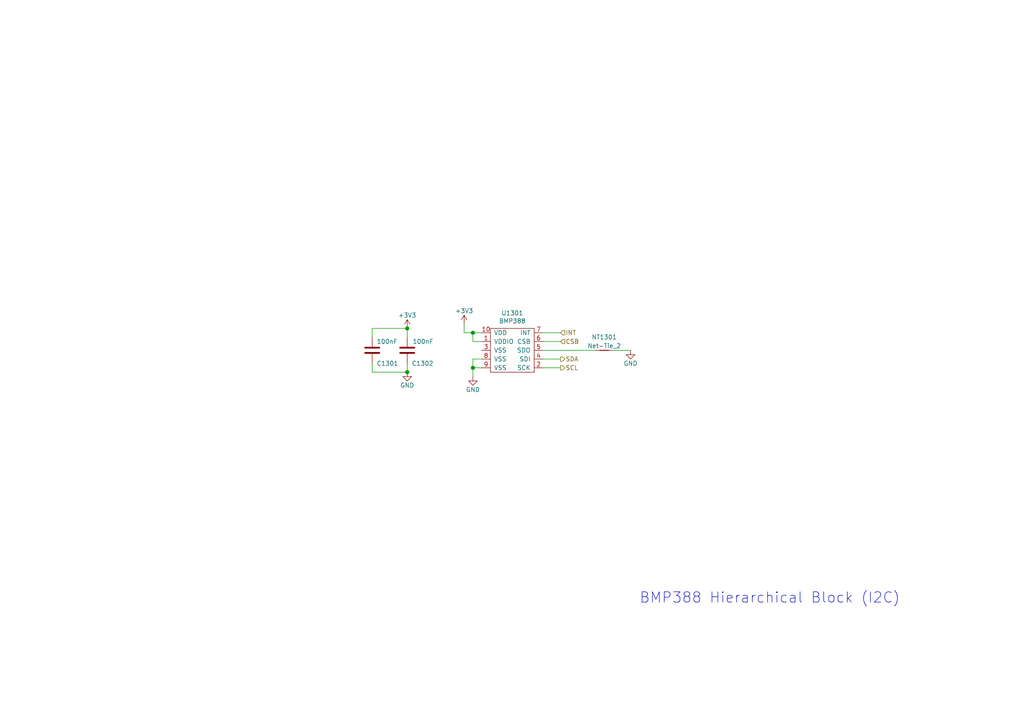
<source format=kicad_sch>
(kicad_sch (version 20210621) (generator eeschema)
  (paper "A4")
  (lib_symbols
    (symbol "Device:C" (pin_numbers hide) (pin_names (offset 0.254))
      (property "Reference" "C" (at 0.635 2.54 0))
      (property "Value" "C" (at 0.635 -2.54 0))
      (symbol "C_0_1"
        (polyline (pts (xy -2.032 -0.762) (xy 2.032 -0.762)) (stroke (width 0.508)))
        (polyline (pts (xy -2.032 0.762) (xy 2.032 0.762)) (stroke (width 0.508)))
      )
      (symbol "C_1_1"
        (pin passive line (at 0 3.81 270) (length 2.794) (name "~") (number "1"))
        (pin passive line (at 0 -3.81 90) (length 2.794) (name "~") (number "2"))
      )
    )
    (symbol "Device:Net-Tie_2" (pin_numbers hide) (pin_names (offset 0) hide)
      (property "Reference" "NT" (at 0 1.27 0))
      (property "Value" "Net-Tie_2" (at 0 -1.27 0))
      (symbol "Net-Tie_2_0_1"
        (polyline (pts (xy -1.27 0) (xy 1.27 0)) (stroke (width 0.254)))
      )
      (symbol "Net-Tie_2_1_1"
        (pin passive line (at -2.54 0 0) (length 2.54) (name "1") (number "1"))
        (pin passive line (at 2.54 0 180) (length 2.54) (name "2") (number "2"))
      )
    )
    (symbol "power:+3.3V" (power) (pin_names (offset 0))
      (property "Value" "+3.3V" (at 0 3.556 0))
      (symbol "+3.3V_0_1"
        (polyline (pts (xy -0.762 1.27) (xy 0 2.54)))
        (polyline (pts (xy 0 0) (xy 0 2.54)))
        (polyline (pts (xy 0 2.54) (xy 0.762 1.27)))
      )
      (symbol "+3.3V_1_1"
        (pin power_in line (at 0 0 90) (length 0) hide (name "+3V3") (number "1"))
      )
    )
    (symbol "power:GND" (power) (pin_names (offset 0))
      (property "Value" "GND" (at 0 -3.81 0))
      (symbol "GND_0_1"
        (polyline (pts (xy 0 0) (xy 0 -1.27) (xy 1.27 -1.27) (xy 0 -2.54) (xy -1.27 -1.27) (xy 0 -1.27)))
      )
      (symbol "GND_1_1"
        (pin power_in line (at 0 0 270) (length 0) hide (name "GND") (number "1"))
      )
    )
    (symbol "star-common-lib:BMP388" (pin_names (offset 1.016))
      (property "Reference" "U" (at 0 8.89 0))
      (property "Value" "BMP388" (at 0 11.43 0))
      (symbol "BMP388_0_0"
        (pin power_in line (at -8.89 3.81 0) (length 2.54) (name "VDDIO") (number "1"))
        (pin power_in line (at -8.89 6.35 0) (length 2.54) (name "VDD") (number "10"))
        (pin input line (at 8.89 -3.81 180) (length 2.54) (name "SCK") (number "2"))
        (pin power_in line (at -8.89 1.27 0) (length 2.54) (name "VSS") (number "3"))
        (pin bidirectional line (at 8.89 -1.27 180) (length 2.54) (name "SDI") (number "4"))
        (pin bidirectional line (at 8.89 1.27 180) (length 2.54) (name "SDO") (number "5"))
        (pin input line (at 8.89 3.81 180) (length 2.54) (name "CSB") (number "6"))
        (pin output line (at 8.89 6.35 180) (length 2.54) (name "INT") (number "7"))
        (pin power_in line (at -8.89 -1.27 0) (length 2.54) (name "VSS") (number "8"))
        (pin power_in line (at -8.89 -3.81 0) (length 2.54) (name "VSS") (number "9"))
      )
      (symbol "BMP388_0_1"
        (rectangle (start -6.35 7.62) (end 6.35 -5.08))
      )
    )
  )
  (junction (at 118.11 95.25) (diameter 1.016))
  (junction (at 118.11 107.95) (diameter 1.016))
  (junction (at 137.16 96.52) (diameter 1.016))
  (junction (at 137.16 106.68) (diameter 1.016))
  (wire (pts (xy 107.95 95.25) (xy 107.95 97.79)))
  (wire (pts (xy 107.95 107.95) (xy 107.95 105.41)))
  (wire (pts (xy 118.11 95.25) (xy 107.95 95.25)))
  (wire (pts (xy 118.11 95.25) (xy 118.11 97.79)))
  (wire (pts (xy 118.11 107.95) (xy 107.95 107.95)))
  (wire (pts (xy 118.11 107.95) (xy 118.11 105.41)))
  (wire (pts (xy 134.62 93.98) (xy 134.62 96.52)))
  (wire (pts (xy 134.62 96.52) (xy 137.16 96.52)))
  (wire (pts (xy 137.16 96.52) (xy 137.16 99.06)))
  (wire (pts (xy 137.16 96.52) (xy 139.7 96.52)))
  (wire (pts (xy 137.16 99.06) (xy 139.7 99.06)))
  (wire (pts (xy 137.16 104.14) (xy 139.7 104.14)))
  (wire (pts (xy 137.16 106.68) (xy 137.16 104.14)))
  (wire (pts (xy 137.16 109.22) (xy 137.16 106.68)))
  (wire (pts (xy 139.7 106.68) (xy 137.16 106.68)))
  (wire (pts (xy 157.48 96.52) (xy 162.56 96.52)))
  (wire (pts (xy 157.48 99.06) (xy 162.56 99.06)))
  (wire (pts (xy 157.48 101.6) (xy 172.72 101.6)))
  (wire (pts (xy 157.48 104.14) (xy 162.56 104.14)))
  (wire (pts (xy 157.48 106.68) (xy 162.56 106.68)))
  (wire (pts (xy 177.8 101.6) (xy 182.88 101.6)))
  (text "BMP388 Hierarchical Block (I2C)" (at 185.42 175.26 0) (effects (font (size 2.9972 2.9972)) (justify left bottom)))
  (hierarchical_label "INT" (shape input) (at 162.56 96.52 0))
  (hierarchical_label "CSB" (shape input) (at 162.56 99.06 0))
  (hierarchical_label "SDA" (shape output) (at 162.56 104.14 0))
  (hierarchical_label "SCL" (shape output) (at 162.56 106.68 0))
  (symbol (lib_id "power:+3.3V") (at 118.11 95.25 0) (unit 1)
    (property "Reference" "#PWR01301" (effects hide))
    (property "Value" "+3.3V" (at 118.11 91.44 0))
  )
  (symbol (lib_id "power:+3.3V") (at 134.62 93.98 0) (unit 1)
    (property "Reference" "#PWR01303" (effects hide))
    (property "Value" "+3.3V" (at 134.62 90.17 0))
  )
  (symbol (lib_id "Device:Net-Tie_2") (at 175.26 101.6 0) (unit 1)
    (property "Reference" "NT1301" (at 175.26 97.79 0))
    (property "Value" "Net-Tie_2" (at 175.26 100.33 0))
    (property "Footprint" "NetTie:NetTie-2_SMD_Pad0.5mm" (effects hide))
    (property "DIGIKEY" " " (effects hide))
  )
  (symbol (lib_id "power:GND") (at 118.11 107.95 0) (unit 1)
    (property "Reference" "#PWR01302" (effects hide))
    (property "Value" "GND" (at 118.11 111.76 0))
  )
  (symbol (lib_id "power:GND") (at 137.16 109.22 0) (unit 1)
    (property "Reference" "#PWR01304" (effects hide))
    (property "Value" "GND" (at 137.16 113.03 0))
  )
  (symbol (lib_id "power:GND") (at 182.88 101.6 0) (unit 1)
    (property "Reference" "#PWR01305" (effects hide))
    (property "Value" "GND" (at 182.88 105.41 0))
  )
  (symbol (lib_id "Device:C") (at 107.95 101.6 180) (unit 1)
    (property "Reference" "C1301" (at 109.22 105.41 0) (effects (justify right)))
    (property "Value" "100nF" (at 109.22 99.06 0) (effects (justify right)))
    (property "Footprint" "Capacitor_SMD:C_0603_1608Metric" (effects hide))
    (property "DIGIKEY" "399-1100-1-ND" (effects hide))
    (property "MANF" "C0603C104Z3VACTU" (effects hide))
  )
  (symbol (lib_id "Device:C") (at 118.11 101.6 0) (unit 1)
    (property "Reference" "C1302" (at 125.73 105.41 0) (effects (justify right)))
    (property "Value" "100nF" (at 125.73 99.06 0) (effects (justify right)))
    (property "Footprint" "Capacitor_SMD:C_0603_1608Metric" (effects hide))
    (property "DIGIKEY" "399-1100-1-ND" (effects hide))
    (property "MANF" "C0603C104Z3VACTU" (effects hide))
  )
  (symbol (lib_id "star-common-lib:BMP388") (at 148.59 102.87 0) (unit 1)
    (property "Reference" "U1301" (at 148.59 90.805 0))
    (property "Value" "BMP388" (at 148.59 93.1164 0))
    (property "Footprint" "star-common-lib:BMP388" (effects hide))
    (property "DIGIKEY" "828-1079-1-ND" (effects hide))
    (property "MANF" "BMP388" (effects hide))
  )
)
</source>
